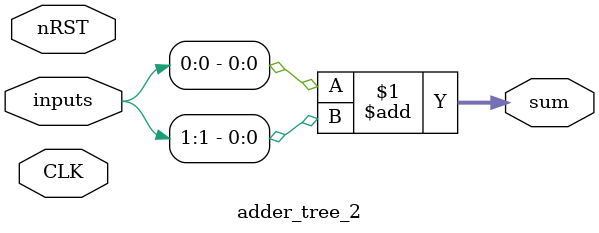
<source format=sv>
`timescale 1ns / 1ps
module adder_tree_2 (
    input logic CLK,
    input logic nRST,
    input logic [1:0] inputs,
    output logic [1:0] sum
);

assign sum = inputs[0] + inputs[1];

endmodule

</source>
